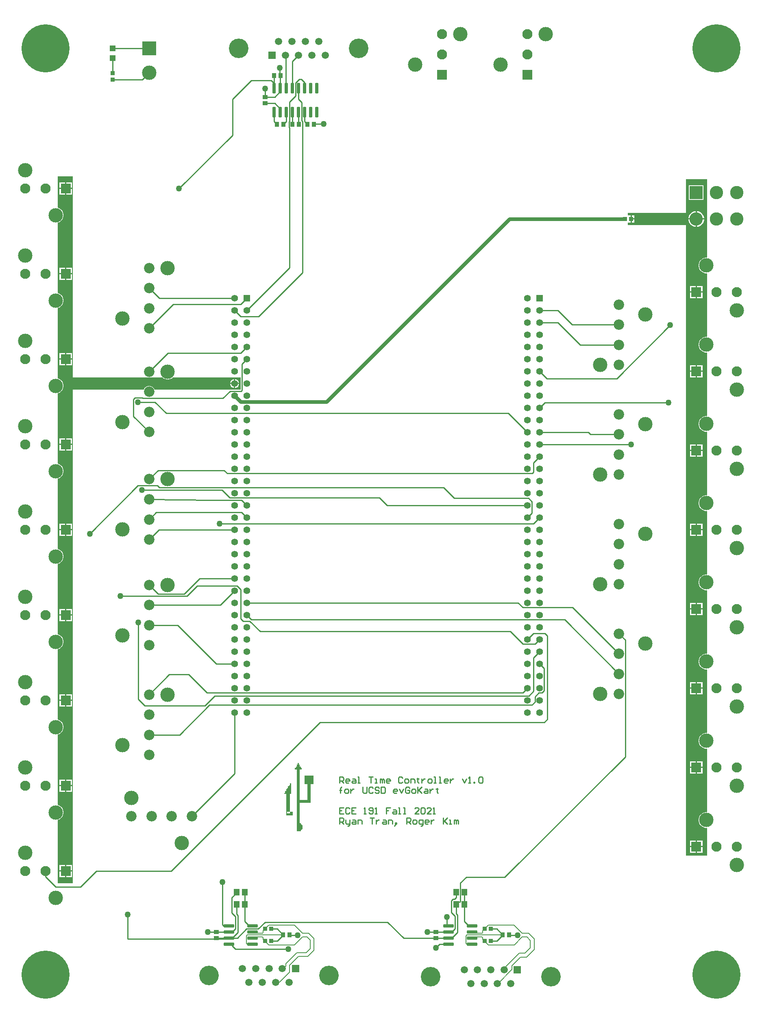
<source format=gtl>
G04*
G04 #@! TF.GenerationSoftware,Altium Limited,Altium Designer,21.8.1 (53)*
G04*
G04 Layer_Physical_Order=1*
G04 Layer_Color=255*
%FSLAX44Y44*%
%MOMM*%
G71*
G04*
G04 #@! TF.SameCoordinates,803AB11E-904C-4F7A-9A81-77FAE9A3CB3A*
G04*
G04*
G04 #@! TF.FilePolarity,Positive*
G04*
G01*
G75*
%ADD12C,0.2540*%
%ADD14C,0.1270*%
G04:AMPARAMS|DCode=15|XSize=2.159mm|YSize=0.6858mm|CornerRadius=0.0857mm|HoleSize=0mm|Usage=FLASHONLY|Rotation=0.000|XOffset=0mm|YOffset=0mm|HoleType=Round|Shape=RoundedRectangle|*
%AMROUNDEDRECTD15*
21,1,2.1590,0.5143,0,0,0.0*
21,1,1.9876,0.6858,0,0,0.0*
1,1,0.1715,0.9938,-0.2572*
1,1,0.1715,-0.9938,-0.2572*
1,1,0.1715,-0.9938,0.2572*
1,1,0.1715,0.9938,0.2572*
%
%ADD15ROUNDEDRECTD15*%
%ADD16R,1.2000X1.2000*%
%ADD17R,0.9500X0.8500*%
%ADD18R,0.8500X0.9500*%
%ADD19R,0.9000X1.0000*%
G04:AMPARAMS|DCode=20|XSize=2.159mm|YSize=0.6858mm|CornerRadius=0.0857mm|HoleSize=0mm|Usage=FLASHONLY|Rotation=90.000|XOffset=0mm|YOffset=0mm|HoleType=Round|Shape=RoundedRectangle|*
%AMROUNDEDRECTD20*
21,1,2.1590,0.5143,0,0,90.0*
21,1,1.9876,0.6858,0,0,90.0*
1,1,0.1715,0.2572,0.9938*
1,1,0.1715,0.2572,-0.9938*
1,1,0.1715,-0.2572,-0.9938*
1,1,0.1715,-0.2572,0.9938*
%
%ADD20ROUNDEDRECTD20*%
%ADD21R,1.0000X0.9000*%
%ADD22R,1.1500X1.3500*%
%ADD46C,0.7620*%
%ADD47R,2.1000X2.1000*%
%ADD48C,2.1000*%
%ADD49C,3.0000*%
%ADD50C,2.1750*%
%ADD51C,2.7750*%
%ADD52R,2.7750X2.7750*%
%ADD53C,1.5080*%
%ADD54R,1.5080X1.5080*%
%ADD55C,4.0660*%
%ADD56R,3.0000X3.0000*%
%ADD57R,2.1000X2.1000*%
%ADD58C,10.0000*%
%ADD59R,1.3900X1.3900*%
%ADD60C,1.3900*%
%ADD61C,1.2700*%
G36*
X158750Y1346200D02*
X345191D01*
X345628Y1345762D01*
X348293Y1343982D01*
X351254Y1342755D01*
X354397Y1342130D01*
X357602D01*
X360746Y1342755D01*
X363707Y1343982D01*
X366371Y1345762D01*
X366809Y1346200D01*
X507950D01*
Y1320800D01*
X328895D01*
X328817Y1321088D01*
X327218Y1323857D01*
X324957Y1326119D01*
X322188Y1327717D01*
X319099Y1328545D01*
X315901D01*
X312812Y1327717D01*
X310043Y1326119D01*
X307782Y1323857D01*
X306183Y1321088D01*
X306105Y1320800D01*
X158750D01*
Y292100D01*
X127000D01*
Y424086D01*
X127346Y424155D01*
X130307Y425382D01*
X132972Y427162D01*
X135238Y429428D01*
X137018Y432093D01*
X138245Y435054D01*
X138870Y438198D01*
Y441402D01*
X138245Y444546D01*
X137018Y447507D01*
X135238Y450172D01*
X132972Y452438D01*
X130307Y454218D01*
X127346Y455445D01*
X127000Y455514D01*
Y601886D01*
X127346Y601955D01*
X130307Y603182D01*
X132972Y604962D01*
X135238Y607229D01*
X137018Y609893D01*
X138245Y612854D01*
X138870Y615998D01*
Y619202D01*
X138245Y622346D01*
X137018Y625307D01*
X135238Y627971D01*
X132972Y630238D01*
X130307Y632018D01*
X127346Y633245D01*
X127000Y633314D01*
Y779686D01*
X127346Y779755D01*
X130307Y780982D01*
X132972Y782762D01*
X135238Y785029D01*
X137018Y787693D01*
X138245Y790654D01*
X138870Y793798D01*
Y797002D01*
X138245Y800146D01*
X137018Y803107D01*
X135238Y805771D01*
X132972Y808038D01*
X130307Y809818D01*
X127346Y811045D01*
X127000Y811114D01*
Y957486D01*
X127346Y957555D01*
X130307Y958782D01*
X132972Y960562D01*
X135238Y962829D01*
X137018Y965493D01*
X138245Y968454D01*
X138870Y971598D01*
Y974802D01*
X138245Y977946D01*
X137018Y980907D01*
X135238Y983571D01*
X132972Y985838D01*
X130307Y987618D01*
X127346Y988845D01*
X127000Y988914D01*
Y1135286D01*
X127346Y1135355D01*
X130307Y1136582D01*
X132972Y1138362D01*
X135238Y1140629D01*
X137018Y1143293D01*
X138245Y1146254D01*
X138870Y1149398D01*
Y1152602D01*
X138245Y1155746D01*
X137018Y1158707D01*
X135238Y1161372D01*
X132972Y1163638D01*
X130307Y1165418D01*
X127346Y1166645D01*
X127000Y1166714D01*
Y1313086D01*
X127346Y1313155D01*
X130307Y1314382D01*
X132972Y1316162D01*
X135238Y1318428D01*
X137018Y1321093D01*
X138245Y1324054D01*
X138870Y1327198D01*
Y1330402D01*
X138245Y1333546D01*
X137018Y1336507D01*
X135238Y1339171D01*
X132972Y1341438D01*
X130307Y1343218D01*
X127346Y1344445D01*
X127000Y1344514D01*
Y1490886D01*
X127346Y1490955D01*
X130307Y1492182D01*
X132972Y1493962D01*
X135238Y1496228D01*
X137018Y1498893D01*
X138245Y1501854D01*
X138870Y1504998D01*
Y1508202D01*
X138245Y1511346D01*
X137018Y1514307D01*
X135238Y1516971D01*
X132972Y1519238D01*
X130307Y1521018D01*
X127346Y1522245D01*
X127000Y1522314D01*
Y1668686D01*
X127346Y1668755D01*
X130307Y1669982D01*
X132972Y1671762D01*
X135238Y1674028D01*
X137018Y1676693D01*
X138245Y1679654D01*
X138870Y1682798D01*
Y1686002D01*
X138245Y1689146D01*
X137018Y1692107D01*
X135238Y1694772D01*
X132972Y1697038D01*
X130307Y1698818D01*
X127346Y1700045D01*
X127000Y1700114D01*
Y1765300D01*
X158750D01*
Y1346200D01*
D02*
G37*
G36*
X612648Y498348D02*
Y496316D01*
Y494284D01*
Y492252D01*
Y490220D01*
Y488188D01*
Y486156D01*
Y484124D01*
Y482092D01*
Y480060D01*
Y478028D01*
X610616D01*
Y441452D01*
X616712D01*
Y439420D01*
Y437388D01*
Y435356D01*
Y433324D01*
X602488D01*
Y435356D01*
Y437388D01*
Y439420D01*
Y441452D01*
Y443484D01*
Y445516D01*
Y447548D01*
Y449580D01*
Y451612D01*
Y453644D01*
Y455676D01*
Y457708D01*
Y459740D01*
Y461772D01*
Y463804D01*
Y465836D01*
Y467868D01*
Y469900D01*
Y471932D01*
Y473964D01*
Y475996D01*
Y478028D01*
X598424D01*
Y480060D01*
X600456D01*
Y482092D01*
Y484124D01*
X602488D01*
Y486156D01*
Y488188D01*
X604520D01*
Y490220D01*
X606552D01*
Y492252D01*
Y494284D01*
X608584D01*
Y496316D01*
X610616D01*
Y498348D01*
Y500380D01*
X612648D01*
Y498348D01*
D02*
G37*
G36*
X628904Y541020D02*
Y538988D01*
X630936D01*
Y536956D01*
Y534924D01*
X632968D01*
Y532892D01*
X635000D01*
Y530860D01*
Y528828D01*
X630936D01*
Y526796D01*
Y524764D01*
Y522732D01*
Y520700D01*
Y518668D01*
Y516636D01*
Y514604D01*
Y512572D01*
Y510540D01*
Y508508D01*
Y506476D01*
Y504444D01*
Y502412D01*
Y500380D01*
Y498348D01*
Y496316D01*
Y494284D01*
Y492252D01*
Y490220D01*
Y488188D01*
Y486156D01*
Y484124D01*
Y482092D01*
Y480060D01*
Y478028D01*
Y475996D01*
Y473964D01*
Y471932D01*
Y469900D01*
Y467868D01*
Y465836D01*
X647192D01*
Y467868D01*
Y469900D01*
Y471932D01*
Y473964D01*
Y475996D01*
Y478028D01*
Y480060D01*
Y482092D01*
Y484124D01*
Y486156D01*
Y488188D01*
Y490220D01*
Y492252D01*
Y494284D01*
Y496316D01*
Y498348D01*
X641096D01*
Y500380D01*
Y502412D01*
Y504444D01*
Y506476D01*
Y508508D01*
Y510540D01*
Y512572D01*
Y514604D01*
Y516636D01*
X659384D01*
Y514604D01*
Y512572D01*
Y510540D01*
Y508508D01*
Y506476D01*
Y504444D01*
Y502412D01*
Y500380D01*
Y498348D01*
X653288D01*
Y496316D01*
Y494284D01*
Y492252D01*
Y490220D01*
Y488188D01*
Y486156D01*
Y484124D01*
Y482092D01*
Y480060D01*
Y478028D01*
Y475996D01*
Y473964D01*
Y471932D01*
Y469900D01*
Y467868D01*
Y465836D01*
Y463804D01*
Y461772D01*
Y459740D01*
X630936D01*
Y457708D01*
Y455676D01*
Y453644D01*
Y451612D01*
Y449580D01*
Y447548D01*
Y445516D01*
Y443484D01*
Y441452D01*
Y439420D01*
Y437388D01*
Y435356D01*
Y433324D01*
Y431292D01*
Y429260D01*
Y427228D01*
Y425196D01*
Y423164D01*
Y421132D01*
Y419100D01*
Y417068D01*
X632968D01*
Y415036D01*
X635000D01*
Y413004D01*
X637032D01*
Y410972D01*
Y408940D01*
Y406908D01*
Y404876D01*
X635000D01*
Y402844D01*
X632968D01*
Y400812D01*
X624840D01*
Y402844D01*
Y404876D01*
Y406908D01*
Y408940D01*
Y410972D01*
Y413004D01*
Y415036D01*
Y417068D01*
Y419100D01*
Y421132D01*
Y423164D01*
Y425196D01*
Y427228D01*
Y429260D01*
Y431292D01*
Y433324D01*
Y435356D01*
Y437388D01*
Y439420D01*
Y441452D01*
Y443484D01*
Y445516D01*
Y447548D01*
Y449580D01*
Y451612D01*
Y453644D01*
Y455676D01*
Y457708D01*
Y459740D01*
Y461772D01*
Y463804D01*
Y465836D01*
Y467868D01*
Y469900D01*
Y471932D01*
Y473964D01*
Y475996D01*
Y478028D01*
Y480060D01*
Y482092D01*
Y484124D01*
Y486156D01*
Y488188D01*
Y490220D01*
Y492252D01*
Y494284D01*
Y496316D01*
Y498348D01*
Y500380D01*
Y502412D01*
Y504444D01*
Y506476D01*
Y508508D01*
Y510540D01*
Y512572D01*
Y514604D01*
Y516636D01*
Y518668D01*
Y520700D01*
Y522732D01*
Y524764D01*
Y528828D01*
X620776D01*
Y530860D01*
Y532892D01*
X622808D01*
Y534924D01*
X624840D01*
Y536956D01*
Y538988D01*
X626872D01*
Y541020D01*
Y543052D01*
X628904D01*
Y541020D01*
D02*
G37*
G36*
X1479550Y1596055D02*
X1479202Y1595770D01*
X1475997D01*
X1472854Y1595145D01*
X1469893Y1593918D01*
X1467228Y1592138D01*
X1464962Y1589872D01*
X1463181Y1587207D01*
X1461955Y1584246D01*
X1461330Y1581102D01*
Y1577898D01*
X1461955Y1574754D01*
X1463181Y1571793D01*
X1464962Y1569129D01*
X1467228Y1566862D01*
X1469893Y1565082D01*
X1472854Y1563855D01*
X1475997Y1563230D01*
X1479202D01*
X1479550Y1562945D01*
Y1430955D01*
X1479202Y1430670D01*
X1475997D01*
X1472854Y1430045D01*
X1469893Y1428818D01*
X1467228Y1427038D01*
X1464962Y1424772D01*
X1463181Y1422107D01*
X1461955Y1419146D01*
X1461330Y1416003D01*
Y1412798D01*
X1461955Y1409654D01*
X1463181Y1406693D01*
X1464962Y1404028D01*
X1467228Y1401762D01*
X1469893Y1399982D01*
X1472854Y1398755D01*
X1475997Y1398130D01*
X1479202D01*
X1479550Y1397845D01*
Y1265855D01*
X1479202Y1265570D01*
X1475997D01*
X1472854Y1264945D01*
X1469893Y1263718D01*
X1467228Y1261938D01*
X1464962Y1259671D01*
X1463181Y1257007D01*
X1461955Y1254046D01*
X1461330Y1250902D01*
Y1247698D01*
X1461955Y1244554D01*
X1463181Y1241593D01*
X1464962Y1238929D01*
X1467228Y1236662D01*
X1469893Y1234882D01*
X1472854Y1233655D01*
X1475997Y1233030D01*
X1479202D01*
X1479550Y1232745D01*
Y1100755D01*
X1479202Y1100470D01*
X1475997D01*
X1472854Y1099845D01*
X1469893Y1098618D01*
X1467228Y1096838D01*
X1464962Y1094572D01*
X1463181Y1091907D01*
X1461955Y1088946D01*
X1461330Y1085803D01*
Y1082598D01*
X1461955Y1079454D01*
X1463181Y1076493D01*
X1464962Y1073829D01*
X1467228Y1071562D01*
X1469893Y1069782D01*
X1472854Y1068555D01*
X1475997Y1067930D01*
X1479202D01*
X1479550Y1067645D01*
Y935655D01*
X1479202Y935370D01*
X1475997D01*
X1472854Y934745D01*
X1469893Y933518D01*
X1467228Y931738D01*
X1464962Y929472D01*
X1463181Y926807D01*
X1461955Y923846D01*
X1461330Y920703D01*
Y917498D01*
X1461955Y914354D01*
X1463181Y911393D01*
X1464962Y908728D01*
X1467228Y906462D01*
X1469893Y904682D01*
X1472854Y903455D01*
X1475997Y902830D01*
X1479202D01*
X1479550Y902545D01*
Y770555D01*
X1479202Y770270D01*
X1475997D01*
X1472854Y769645D01*
X1469893Y768418D01*
X1467228Y766638D01*
X1464962Y764371D01*
X1463181Y761707D01*
X1461955Y758746D01*
X1461330Y755602D01*
Y752398D01*
X1461955Y749254D01*
X1463181Y746293D01*
X1464962Y743628D01*
X1467228Y741362D01*
X1469893Y739582D01*
X1472854Y738355D01*
X1475997Y737730D01*
X1479202D01*
X1479550Y737445D01*
Y605455D01*
X1479202Y605170D01*
X1475997D01*
X1472854Y604545D01*
X1469893Y603318D01*
X1467228Y601538D01*
X1464962Y599272D01*
X1463181Y596607D01*
X1461955Y593646D01*
X1461330Y590503D01*
Y587298D01*
X1461955Y584154D01*
X1463181Y581193D01*
X1464962Y578529D01*
X1467228Y576262D01*
X1469893Y574482D01*
X1472854Y573255D01*
X1475997Y572630D01*
X1479202D01*
X1479550Y572345D01*
Y440355D01*
X1479202Y440070D01*
X1475997D01*
X1472854Y439445D01*
X1469893Y438218D01*
X1467228Y436438D01*
X1464962Y434171D01*
X1463181Y431507D01*
X1461955Y428546D01*
X1461330Y425402D01*
Y422198D01*
X1461955Y419054D01*
X1463181Y416093D01*
X1464962Y413428D01*
X1467228Y411162D01*
X1469893Y409382D01*
X1472854Y408155D01*
X1475997Y407530D01*
X1479202D01*
X1479550Y407245D01*
Y349250D01*
X1435100D01*
Y1663700D01*
X1314450D01*
Y1669110D01*
X1319830D01*
Y1676400D01*
Y1683690D01*
X1314450D01*
Y1689100D01*
X1435100D01*
Y1758950D01*
X1479550D01*
Y1596055D01*
D02*
G37*
%LPC*%
G36*
X156640Y1752940D02*
X144870D01*
Y1741170D01*
X156640D01*
Y1752940D01*
D02*
G37*
G36*
X142330D02*
X130560D01*
Y1741170D01*
X142330D01*
Y1752940D01*
D02*
G37*
G36*
X156640Y1738630D02*
X144870D01*
Y1726860D01*
X156640D01*
Y1738630D01*
D02*
G37*
G36*
X142330D02*
X130560D01*
Y1726860D01*
X142330D01*
Y1738630D01*
D02*
G37*
G36*
X156640Y1575140D02*
X144870D01*
Y1563370D01*
X156640D01*
Y1575140D01*
D02*
G37*
G36*
X142330D02*
X130560D01*
Y1563370D01*
X142330D01*
Y1575140D01*
D02*
G37*
G36*
X156640Y1560830D02*
X144870D01*
Y1549060D01*
X156640D01*
Y1560830D01*
D02*
G37*
G36*
X142330D02*
X130560D01*
Y1549060D01*
X142330D01*
Y1560830D01*
D02*
G37*
G36*
X156640Y1397340D02*
X144870D01*
Y1385570D01*
X156640D01*
Y1397340D01*
D02*
G37*
G36*
X142330D02*
X130560D01*
Y1385570D01*
X142330D01*
Y1397340D01*
D02*
G37*
G36*
X156640Y1383030D02*
X144870D01*
Y1371260D01*
X156640D01*
Y1383030D01*
D02*
G37*
G36*
X142330D02*
X130560D01*
Y1371260D01*
X142330D01*
Y1383030D01*
D02*
G37*
G36*
X496570Y1342984D02*
Y1334770D01*
X504785D01*
X504143Y1337163D01*
X502894Y1339327D01*
X501127Y1341094D01*
X498963Y1342343D01*
X496570Y1342984D01*
D02*
G37*
G36*
X494030D02*
X491637Y1342343D01*
X489473Y1341094D01*
X487706Y1339327D01*
X486457Y1337163D01*
X485816Y1334770D01*
X494030D01*
Y1342984D01*
D02*
G37*
G36*
X504785Y1332230D02*
X496570D01*
Y1324016D01*
X498963Y1324657D01*
X501127Y1325906D01*
X502894Y1327673D01*
X504143Y1329837D01*
X504785Y1332230D01*
D02*
G37*
G36*
X494030D02*
X485816D01*
X486457Y1329837D01*
X487706Y1327673D01*
X489473Y1325906D01*
X491637Y1324657D01*
X494030Y1324016D01*
Y1332230D01*
D02*
G37*
G36*
X156640Y1219540D02*
X144870D01*
Y1207770D01*
X156640D01*
Y1219540D01*
D02*
G37*
G36*
X142330D02*
X130560D01*
Y1207770D01*
X142330D01*
Y1219540D01*
D02*
G37*
G36*
X156640Y1205230D02*
X144870D01*
Y1193460D01*
X156640D01*
Y1205230D01*
D02*
G37*
G36*
X142330D02*
X130560D01*
Y1193460D01*
X142330D01*
Y1205230D01*
D02*
G37*
G36*
X156640Y1041740D02*
X144870D01*
Y1029970D01*
X156640D01*
Y1041740D01*
D02*
G37*
G36*
X142330D02*
X130560D01*
Y1029970D01*
X142330D01*
Y1041740D01*
D02*
G37*
G36*
X156640Y1027430D02*
X144870D01*
Y1015660D01*
X156640D01*
Y1027430D01*
D02*
G37*
G36*
X142330D02*
X130560D01*
Y1015660D01*
X142330D01*
Y1027430D01*
D02*
G37*
G36*
X156640Y863940D02*
X144870D01*
Y852170D01*
X156640D01*
Y863940D01*
D02*
G37*
G36*
X142330D02*
X130560D01*
Y852170D01*
X142330D01*
Y863940D01*
D02*
G37*
G36*
X156640Y849630D02*
X144870D01*
Y837860D01*
X156640D01*
Y849630D01*
D02*
G37*
G36*
X142330D02*
X130560D01*
Y837860D01*
X142330D01*
Y849630D01*
D02*
G37*
G36*
X156640Y686140D02*
X144870D01*
Y674370D01*
X156640D01*
Y686140D01*
D02*
G37*
G36*
X142330D02*
X130560D01*
Y674370D01*
X142330D01*
Y686140D01*
D02*
G37*
G36*
X156640Y671830D02*
X144870D01*
Y660060D01*
X156640D01*
Y671830D01*
D02*
G37*
G36*
X142330D02*
X130560D01*
Y660060D01*
X142330D01*
Y671830D01*
D02*
G37*
G36*
X156640Y508340D02*
X144870D01*
Y496570D01*
X156640D01*
Y508340D01*
D02*
G37*
G36*
X142330D02*
X130560D01*
Y496570D01*
X142330D01*
Y508340D01*
D02*
G37*
G36*
X156640Y494030D02*
X144870D01*
Y482260D01*
X156640D01*
Y494030D01*
D02*
G37*
G36*
X142330D02*
X130560D01*
Y482260D01*
X142330D01*
Y494030D01*
D02*
G37*
G36*
X156640Y330540D02*
X144870D01*
Y318770D01*
X156640D01*
Y330540D01*
D02*
G37*
G36*
X142330D02*
X130560D01*
Y318770D01*
X142330D01*
Y330540D01*
D02*
G37*
G36*
X156640Y316230D02*
X144870D01*
Y304460D01*
X156640D01*
Y316230D01*
D02*
G37*
G36*
X142330D02*
X130560D01*
Y304460D01*
X142330D01*
Y316230D01*
D02*
G37*
G36*
X610616Y441452D02*
X604520D01*
Y437388D01*
X610616D01*
Y441452D01*
D02*
G37*
G36*
X1471745Y1746545D02*
X1441455D01*
Y1716255D01*
X1471745D01*
Y1746545D01*
D02*
G37*
G36*
X1458217Y1692815D02*
X1457870D01*
Y1677670D01*
X1473015D01*
Y1678017D01*
X1472384Y1681188D01*
X1471147Y1684175D01*
X1469350Y1686864D01*
X1467064Y1689150D01*
X1464375Y1690947D01*
X1461388Y1692184D01*
X1458217Y1692815D01*
D02*
G37*
G36*
X1327890Y1683690D02*
X1322370D01*
Y1677670D01*
X1327890D01*
Y1683690D01*
D02*
G37*
G36*
X1455330Y1692815D02*
X1454983D01*
X1451812Y1692184D01*
X1448825Y1690947D01*
X1446136Y1689150D01*
X1443850Y1686864D01*
X1442053Y1684175D01*
X1440816Y1681188D01*
X1440185Y1678017D01*
Y1677670D01*
X1455330D01*
Y1692815D01*
D02*
G37*
G36*
X1327890Y1675130D02*
X1322370D01*
Y1669110D01*
X1327890D01*
Y1675130D01*
D02*
G37*
G36*
X1473015D02*
X1457870D01*
Y1659985D01*
X1458217D01*
X1461388Y1660616D01*
X1464375Y1661853D01*
X1467064Y1663650D01*
X1469350Y1665936D01*
X1471147Y1668625D01*
X1472384Y1671612D01*
X1473015Y1674783D01*
Y1675130D01*
D02*
G37*
G36*
X1455330D02*
X1440185D01*
Y1674783D01*
X1440816Y1671612D01*
X1442053Y1668625D01*
X1443850Y1665936D01*
X1446136Y1663650D01*
X1448825Y1661853D01*
X1451812Y1660616D01*
X1454983Y1659985D01*
X1455330D01*
Y1675130D01*
D02*
G37*
G36*
X1469640Y1537040D02*
X1457870D01*
Y1525270D01*
X1469640D01*
Y1537040D01*
D02*
G37*
G36*
X1455330D02*
X1443560D01*
Y1525270D01*
X1455330D01*
Y1537040D01*
D02*
G37*
G36*
X1469640Y1522730D02*
X1457870D01*
Y1510960D01*
X1469640D01*
Y1522730D01*
D02*
G37*
G36*
X1455330D02*
X1443560D01*
Y1510960D01*
X1455330D01*
Y1522730D01*
D02*
G37*
G36*
X1469640Y1371940D02*
X1457870D01*
Y1360170D01*
X1469640D01*
Y1371940D01*
D02*
G37*
G36*
X1455330D02*
X1443560D01*
Y1360170D01*
X1455330D01*
Y1371940D01*
D02*
G37*
G36*
X1469640Y1357630D02*
X1457870D01*
Y1345860D01*
X1469640D01*
Y1357630D01*
D02*
G37*
G36*
X1455330D02*
X1443560D01*
Y1345860D01*
X1455330D01*
Y1357630D01*
D02*
G37*
G36*
X1469640Y1206840D02*
X1457870D01*
Y1195070D01*
X1469640D01*
Y1206840D01*
D02*
G37*
G36*
X1455330D02*
X1443560D01*
Y1195070D01*
X1455330D01*
Y1206840D01*
D02*
G37*
G36*
X1456600Y1193800D02*
D01*
D01*
D01*
D02*
G37*
G36*
X1469640Y1192530D02*
X1457870D01*
Y1180760D01*
X1469640D01*
Y1192530D01*
D02*
G37*
G36*
X1455330D02*
X1443560D01*
Y1180760D01*
X1455330D01*
Y1192530D01*
D02*
G37*
G36*
X1469640Y1041740D02*
X1457870D01*
Y1029970D01*
X1469640D01*
Y1041740D01*
D02*
G37*
G36*
X1455330D02*
X1443560D01*
Y1029970D01*
X1455330D01*
Y1041740D01*
D02*
G37*
G36*
X1469640Y1027430D02*
X1457870D01*
Y1015660D01*
X1469640D01*
Y1027430D01*
D02*
G37*
G36*
X1455330D02*
X1443560D01*
Y1015660D01*
X1455330D01*
Y1027430D01*
D02*
G37*
G36*
X1469640Y876640D02*
X1457870D01*
Y864870D01*
X1469640D01*
Y876640D01*
D02*
G37*
G36*
X1455330D02*
X1443560D01*
Y864870D01*
X1455330D01*
Y876640D01*
D02*
G37*
G36*
X1469640Y862330D02*
X1457870D01*
Y850560D01*
X1469640D01*
Y862330D01*
D02*
G37*
G36*
X1455330D02*
X1443560D01*
Y850560D01*
X1455330D01*
Y862330D01*
D02*
G37*
G36*
X1469640Y711540D02*
X1457870D01*
Y699770D01*
X1469640D01*
Y711540D01*
D02*
G37*
G36*
X1455330D02*
X1443560D01*
Y699770D01*
X1455330D01*
Y711540D01*
D02*
G37*
G36*
X1469640Y697230D02*
X1457870D01*
Y685460D01*
X1469640D01*
Y697230D01*
D02*
G37*
G36*
X1455330D02*
X1443560D01*
Y685460D01*
X1455330D01*
Y697230D01*
D02*
G37*
G36*
X1469640Y546440D02*
X1457870D01*
Y534670D01*
X1469640D01*
Y546440D01*
D02*
G37*
G36*
X1455330D02*
X1443560D01*
Y534670D01*
X1455330D01*
Y546440D01*
D02*
G37*
G36*
X1469640Y532130D02*
X1457870D01*
Y520360D01*
X1469640D01*
Y532130D01*
D02*
G37*
G36*
X1455330D02*
X1443560D01*
Y520360D01*
X1455330D01*
Y532130D01*
D02*
G37*
G36*
X1469640Y381340D02*
X1457870D01*
Y369570D01*
X1469640D01*
Y381340D01*
D02*
G37*
G36*
X1455330D02*
X1443560D01*
Y369570D01*
X1455330D01*
Y381340D01*
D02*
G37*
G36*
X1469640Y367030D02*
X1457870D01*
Y355260D01*
X1469640D01*
Y367030D01*
D02*
G37*
G36*
X1455330D02*
X1443560D01*
Y355260D01*
X1455330D01*
Y367030D01*
D02*
G37*
%LPD*%
D12*
X609600Y1574800D02*
Y1866508D01*
X608910Y1867198D02*
Y1879302D01*
X609600Y1879992D01*
X520700Y1485900D02*
X609600Y1574800D01*
Y1879992D02*
Y1920494D01*
X622300Y1933194D01*
X608910Y1867198D02*
X609600Y1866508D01*
X622300Y1933194D02*
Y1960118D01*
X630174Y1967992D01*
X544830Y196850D02*
X558800Y210820D01*
X813816D02*
X847236Y177400D01*
X558800Y210820D02*
X813816D01*
X519938Y196850D02*
X544830D01*
X272632Y175768D02*
X483300D01*
X956450Y228779D02*
Y248256D01*
X577850Y1948800D02*
Y1974450D01*
Y1948800D02*
Y1959102D01*
X439820Y190900D02*
X457200D01*
X272632Y175768D02*
Y226568D01*
X439420Y190500D02*
X483300D01*
X439420D02*
X439820Y190900D01*
X609854Y183896D02*
X626872D01*
X609600Y184150D02*
X609854Y183896D01*
X483300Y165100D02*
X490220D01*
Y162052D02*
Y165100D01*
X497078Y155194D02*
X607060D01*
X490220Y162052D02*
X497078Y155194D01*
X207518Y317500D02*
X363220D01*
X673354Y627634D02*
X1140460D01*
X363220Y317500D02*
X673354Y627634D01*
X241300Y2032340D02*
X316760D01*
X317500Y2031600D01*
X241300Y1980080D02*
Y2011340D01*
X302980Y1967080D02*
X317500Y1981600D01*
X241300Y1967080D02*
X302980D01*
X315700Y2029800D02*
X317500Y2031600D01*
X490728Y1851152D02*
Y1925828D01*
X379476Y1739900D02*
X490728Y1851152D01*
X530352Y1965452D02*
X571500D01*
X490728Y1925828D02*
X530352Y1965452D01*
X571500D02*
X577850Y1959102D01*
X406400Y431800D02*
X495300Y520700D01*
Y647700D01*
X353314Y1271270D02*
X1065530D01*
X1104900Y1231900D01*
X338582Y1116584D02*
X930656D01*
X338500Y1511300D02*
X495300D01*
X367800Y1498600D02*
X508000D01*
X356100Y1397000D02*
X508000D01*
X304038Y1302766D02*
X470916D01*
X335952Y1152652D02*
X473710D01*
X332068Y1064768D02*
X510032D01*
X338000Y1028700D02*
X495300D01*
X422402Y927100D02*
X495300D01*
X317500Y871900D02*
X465500D01*
X457200Y749300D02*
X495300D01*
X454152Y682752D02*
X1108202D01*
X433832Y662432D02*
X454152Y682752D01*
X308102Y662432D02*
X433832D01*
X380828Y601300D02*
X442976Y663448D01*
X438150Y688848D02*
X1095248D01*
X122682Y284480D02*
X174498D01*
X530352Y841248D02*
X1182452D01*
X1130300Y1460500D02*
X1168400D01*
X1130300Y1485900D02*
X1168400D01*
X1057910Y304800D02*
X1308862Y555752D01*
Y798838D01*
X1182452Y841248D02*
X1295400Y728300D01*
X1199052Y866648D02*
X1295400Y770300D01*
Y812300D02*
X1308862Y798838D01*
X1130300Y1231900D02*
X1231900D01*
X1236300Y1227500D01*
X1130300Y1206500D02*
X1320800D01*
X1236300Y1227500D02*
X1295400D01*
X1168400Y1485900D02*
X1198200Y1456100D01*
X1168400Y1460500D02*
X1214800Y1414100D01*
X1145286Y1343914D02*
X1290828D01*
X1198200Y1456100D02*
X1295400D01*
X1214800Y1414100D02*
X1295400D01*
X1141222Y1293622D02*
X1398778D01*
X1290828Y1343914D02*
X1402207Y1455293D01*
X1095502Y866648D02*
X1199052D01*
X977900Y304800D02*
X1057910D01*
X510540Y1374140D02*
X520700Y1384300D01*
X509270Y1317752D02*
X510540Y1319022D01*
Y1374140D01*
X485902Y1317752D02*
X509270D01*
X577450Y1974850D02*
X577850Y1974450D01*
X589280Y1976520D02*
Y1991360D01*
Y1976520D02*
X590950Y1974850D01*
X590550Y1941950D02*
Y1948800D01*
Y1974450D01*
X590950Y1974850D01*
X597300Y1873750D02*
X603250Y1879700D01*
Y1899300D01*
X615950Y1873250D02*
Y1899300D01*
X628650Y1874050D02*
Y1899300D01*
Y1926082D02*
Y1948800D01*
Y1874050D02*
X629450Y1873250D01*
X628650Y1926082D02*
X635000Y1919732D01*
X600950Y2017800D02*
X602100Y2016650D01*
Y1949950D02*
Y2016650D01*
Y1949950D02*
X603250Y1948800D01*
X615950D02*
Y2005100D01*
X628650Y2017800D01*
X630174Y1967992D02*
X634238D01*
X635000Y1880870D02*
Y1919732D01*
Y1880870D02*
X636524Y1879346D01*
X634238Y1967992D02*
X641350Y1960880D01*
Y1879700D02*
Y1899300D01*
Y1948800D02*
Y1960880D01*
Y1879700D02*
X647300Y1873750D01*
Y1873250D02*
Y1873750D01*
X660800Y1873250D02*
X662070Y1874520D01*
X680720D01*
X558800Y1930800D02*
Y1948180D01*
Y1917300D02*
X579400D01*
X558800Y1930800D02*
X579400D01*
X577850Y1879700D02*
Y1899300D01*
Y1879700D02*
X583800Y1873750D01*
Y1873250D02*
Y1873750D01*
X579400Y1917300D02*
X590550Y1906150D01*
X579400Y1930800D02*
X590550Y1941950D01*
Y1899300D02*
Y1906150D01*
X597300Y1873250D02*
Y1873750D01*
X1108202Y682752D02*
X1117600Y692150D01*
X1095248Y688848D02*
X1104900Y698500D01*
X399796Y727202D02*
X438150Y688848D01*
X174498Y284480D02*
X207518Y317500D01*
X469900Y205740D02*
X472440Y203200D01*
X469900Y205740D02*
Y294640D01*
X472440Y203200D02*
X483300D01*
X457200Y177400D02*
X457600Y177800D01*
X483300D01*
X490150D01*
X500888D01*
X571650Y171450D02*
X583900D01*
X596100Y183650D01*
X483300Y190500D02*
X490150D01*
X489690Y230279D02*
Y262490D01*
Y230279D02*
X496960Y223009D01*
X490150Y190500D02*
X496960Y197310D01*
X489690Y262490D02*
X499250Y272050D01*
X490150Y177800D02*
X502040Y189690D01*
X496960Y197310D02*
Y223009D01*
X502040Y189690D02*
Y225113D01*
X500888Y177800D02*
X519938Y196850D01*
X516750Y212300D02*
X525850Y203200D01*
X532700D01*
X533385Y202515D01*
X535800Y204930D01*
X571650Y196850D02*
X583900D01*
X596100Y184650D01*
X499250Y227903D02*
Y247650D01*
Y272050D02*
Y273050D01*
Y227903D02*
X502040Y225113D01*
X516750Y212300D02*
Y247650D01*
Y273050D01*
X914400Y157480D02*
X922020Y165100D01*
X940500D01*
X596100Y183650D02*
Y184150D01*
Y184650D01*
X847236Y177400D02*
X914400D01*
X896620Y190500D02*
X897020Y190900D01*
X914400D01*
Y177400D02*
X914800Y177800D01*
X896620Y190500D02*
X940500D01*
X914800Y177800D02*
X940500D01*
X947350D01*
X940500Y190500D02*
X947350D01*
X954160Y197310D01*
X947350Y177800D02*
X959240Y189690D01*
X1028850Y171450D02*
X1041500D01*
X1053700Y183650D01*
X1041500Y196850D02*
X1053700Y184650D01*
Y184150D02*
Y184650D01*
Y183650D02*
Y184150D01*
X1067200D02*
X1067454Y183896D01*
X1084580D01*
X937060Y204930D02*
Y221469D01*
Y204930D02*
X938791Y203200D01*
X940500D01*
X946890Y231155D02*
Y255978D01*
X950146Y259234D01*
X946890Y231155D02*
X954160Y223885D01*
X950146Y259234D02*
X953194D01*
X954160Y197310D02*
Y223885D01*
X956450Y228779D02*
X959240Y225989D01*
X956450Y248256D02*
X960930Y252736D01*
X959240Y189690D02*
Y225989D01*
X960930Y252736D02*
X964172D01*
X965660Y254224D01*
X973950Y212300D02*
Y247650D01*
Y212300D02*
X983050Y203200D01*
X989900D01*
X994862D01*
X996592Y204930D01*
X1028850Y196850D02*
X1041500D01*
X953194Y259234D02*
X956450Y262490D01*
Y273050D01*
X965660Y254224D02*
Y292560D01*
X977900Y304800D01*
X973950Y247650D02*
Y273050D01*
X1117600Y762000D02*
X1130300Y774700D01*
X1117600Y692150D02*
Y762000D01*
X294640Y675894D02*
X308102Y662432D01*
X294640Y675894D02*
Y835660D01*
X1117600Y1041400D02*
X1130300Y1054100D01*
X463804Y1041400D02*
X1117600D01*
X302514Y1111504D02*
X469138D01*
X485394Y1095248D01*
X797052D01*
X812800Y1079500D01*
X1104900D01*
X193548Y1020572D02*
X293624Y1120648D01*
X334518D01*
X338582Y1116584D01*
X930656D02*
X952754Y1094486D01*
X1107186D01*
X1114552Y1087120D01*
Y1063752D02*
Y1087120D01*
X1104900Y1054100D02*
X1114552Y1063752D01*
X101600Y305562D02*
Y317500D01*
Y305562D02*
X122682Y284480D01*
X1140460Y627634D02*
X1146556Y633730D01*
Y807720D01*
X1141476Y812800D02*
X1146556Y807720D01*
X1117600Y812800D02*
X1141476D01*
X1104900Y800100D02*
X1117600Y812800D01*
X1130300Y1358900D02*
X1145286Y1343914D01*
X510032Y1090168D02*
X520700Y1079500D01*
X447040Y1090168D02*
X510032D01*
X317500Y1092200D02*
X447040Y1090168D01*
X510032Y1064768D02*
X520700Y1054100D01*
X317500Y1050200D02*
X332068Y1064768D01*
X317500Y1008200D02*
X338000Y1028700D01*
X317500Y1532300D02*
X338500Y1511300D01*
X390398Y895096D02*
X422402Y927100D01*
X336304Y895096D02*
X390398D01*
X317500Y913900D02*
X336304Y895096D01*
X465500Y871900D02*
X495300Y901700D01*
X1130300Y749300D02*
X1139952Y739648D01*
Y693420D02*
Y739648D01*
X1135380Y688848D02*
X1139952Y693420D01*
X1128776Y688848D02*
X1135380D01*
X1120648Y680720D02*
X1128776Y688848D01*
X1120648Y669798D02*
Y680720D01*
X1114298Y663448D02*
X1120648Y669798D01*
X442976Y663448D02*
X1114298D01*
X317500Y601300D02*
X380828D01*
X495300Y1485900D02*
X508000Y1473200D01*
X545084D01*
X636524Y1564640D01*
Y1879346D01*
X284734Y1265166D02*
X317500Y1232400D01*
X284734Y1265166D02*
Y1300480D01*
X288290Y1304036D01*
X302768D01*
X304038Y1302766D01*
X470916D02*
X485902Y1317752D01*
X1130300Y1282700D02*
X1141222Y1293622D01*
X293624Y1294892D02*
X329692D01*
X353314Y1271270D01*
X1120648Y790448D02*
X1130300Y800100D01*
X1095502Y790448D02*
X1120648D01*
X1069340Y816610D02*
X1095502Y790448D01*
X548640Y816610D02*
X1069340D01*
X527050Y838200D02*
X548640Y816610D01*
X513080Y838200D02*
X527050D01*
X508000Y843280D02*
X513080Y838200D01*
X508000Y843280D02*
Y904494D01*
X500380Y912114D02*
X508000Y904494D01*
X417576Y912114D02*
X500380D01*
X396494Y891032D02*
X417576Y912114D01*
X257556Y891032D02*
X396494D01*
X376600Y829900D02*
X457200Y749300D01*
X317500Y829900D02*
X376600D01*
X508000Y1498600D02*
X520700Y1511300D01*
X317500Y1448300D02*
X367800Y1498600D01*
X317500Y1358400D02*
X356100Y1397000D01*
X508000D02*
X520700Y1409700D01*
Y850900D02*
X530352Y841248D01*
X1085850Y876300D02*
X1095502Y866648D01*
X520700Y876300D02*
X1085850D01*
X1117600Y1168400D02*
X1130300Y1181100D01*
X1117600Y1148588D02*
Y1168400D01*
X1115060Y1146048D02*
X1117600Y1148588D01*
X480314Y1146048D02*
X1115060D01*
X473710Y1152652D02*
X480314Y1146048D01*
X317500Y1134200D02*
X335952Y1152652D01*
X317500Y685300D02*
X359402Y727202D01*
X399796D01*
X713740Y501036D02*
Y513732D01*
X720088D01*
X722204Y511616D01*
Y507384D01*
X720088Y505268D01*
X713740D01*
X717972D02*
X722204Y501036D01*
X732784D02*
X728552D01*
X726436Y503152D01*
Y507384D01*
X728552Y509500D01*
X732784D01*
X734900Y507384D01*
Y505268D01*
X726436D01*
X741248Y509500D02*
X745480D01*
X747596Y507384D01*
Y501036D01*
X741248D01*
X739132Y503152D01*
X741248Y505268D01*
X747596D01*
X751828Y501036D02*
X756060D01*
X753944D01*
Y513732D01*
X751828D01*
X775104D02*
X783567D01*
X779335D01*
Y501036D01*
X787799D02*
X792031D01*
X789915D01*
Y509500D01*
X787799D01*
X798379Y501036D02*
Y509500D01*
X800495D01*
X802611Y507384D01*
Y501036D01*
Y507384D01*
X804727Y509500D01*
X806843Y507384D01*
Y501036D01*
X817423D02*
X813191D01*
X811075Y503152D01*
Y507384D01*
X813191Y509500D01*
X817423D01*
X819539Y507384D01*
Y505268D01*
X811075D01*
X844931Y511616D02*
X842815Y513732D01*
X838583D01*
X836467Y511616D01*
Y503152D01*
X838583Y501036D01*
X842815D01*
X844931Y503152D01*
X851279Y501036D02*
X855511D01*
X857627Y503152D01*
Y507384D01*
X855511Y509500D01*
X851279D01*
X849163Y507384D01*
Y503152D01*
X851279Y501036D01*
X861859D02*
Y509500D01*
X868207D01*
X870323Y507384D01*
Y501036D01*
X876671Y511616D02*
Y509500D01*
X874555D01*
X878786D01*
X876671D01*
Y503152D01*
X878786Y501036D01*
X885135Y509500D02*
Y501036D01*
Y505268D01*
X887250Y507384D01*
X889366Y509500D01*
X891482D01*
X899946Y501036D02*
X904178D01*
X906294Y503152D01*
Y507384D01*
X904178Y509500D01*
X899946D01*
X897830Y507384D01*
Y503152D01*
X899946Y501036D01*
X910526D02*
X914758D01*
X912642D01*
Y513732D01*
X910526D01*
X921106Y501036D02*
X925338D01*
X923222D01*
Y513732D01*
X921106D01*
X938034Y501036D02*
X933802D01*
X931686Y503152D01*
Y507384D01*
X933802Y509500D01*
X938034D01*
X940150Y507384D01*
Y505268D01*
X931686D01*
X944382Y509500D02*
Y501036D01*
Y505268D01*
X946498Y507384D01*
X948614Y509500D01*
X950730D01*
X969774D02*
X974006Y501036D01*
X978238Y509500D01*
X982470Y501036D02*
X986702D01*
X984586D01*
Y513732D01*
X982470Y511616D01*
X993049Y501036D02*
Y503152D01*
X995165D01*
Y501036D01*
X993049D01*
X1003629Y511616D02*
X1005745Y513732D01*
X1009977D01*
X1012093Y511616D01*
Y503152D01*
X1009977Y501036D01*
X1005745D01*
X1003629Y503152D01*
Y511616D01*
X715856Y479705D02*
Y490285D01*
Y486053D01*
X713740D01*
X717972D01*
X715856D01*
Y490285D01*
X717972Y492401D01*
X726436Y479705D02*
X730668D01*
X732784Y481821D01*
Y486053D01*
X730668Y488169D01*
X726436D01*
X724320Y486053D01*
Y481821D01*
X726436Y479705D01*
X737016Y488169D02*
Y479705D01*
Y483937D01*
X739132Y486053D01*
X741248Y488169D01*
X743364D01*
X762408Y492401D02*
Y481821D01*
X764523Y479705D01*
X768755D01*
X770872Y481821D01*
Y492401D01*
X783567Y490285D02*
X781451Y492401D01*
X777219D01*
X775104Y490285D01*
Y481821D01*
X777219Y479705D01*
X781451D01*
X783567Y481821D01*
X796263Y490285D02*
X794147Y492401D01*
X789915D01*
X787799Y490285D01*
Y488169D01*
X789915Y486053D01*
X794147D01*
X796263Y483937D01*
Y481821D01*
X794147Y479705D01*
X789915D01*
X787799Y481821D01*
X800495Y492401D02*
Y479705D01*
X806843D01*
X808959Y481821D01*
Y490285D01*
X806843Y492401D01*
X800495D01*
X832235Y479705D02*
X828003D01*
X825887Y481821D01*
Y486053D01*
X828003Y488169D01*
X832235D01*
X834351Y486053D01*
Y483937D01*
X825887D01*
X838583Y488169D02*
X842815Y479705D01*
X847047Y488169D01*
X859743Y490285D02*
X857627Y492401D01*
X853395D01*
X851279Y490285D01*
Y481821D01*
X853395Y479705D01*
X857627D01*
X859743Y481821D01*
Y486053D01*
X855511D01*
X866091Y479705D02*
X870323D01*
X872439Y481821D01*
Y486053D01*
X870323Y488169D01*
X866091D01*
X863975Y486053D01*
Y481821D01*
X866091Y479705D01*
X876671Y492401D02*
Y479705D01*
Y483937D01*
X885135Y492401D01*
X878786Y486053D01*
X885135Y479705D01*
X891482Y488169D02*
X895714D01*
X897830Y486053D01*
Y479705D01*
X891482D01*
X889366Y481821D01*
X891482Y483937D01*
X897830D01*
X902062Y488169D02*
Y479705D01*
Y483937D01*
X904178Y486053D01*
X906294Y488169D01*
X908410D01*
X916874Y490285D02*
Y488169D01*
X914758D01*
X918990D01*
X916874D01*
Y481821D01*
X918990Y479705D01*
X722204Y449739D02*
X713740D01*
Y437043D01*
X722204D01*
X713740Y443391D02*
X717972D01*
X734900Y447623D02*
X732784Y449739D01*
X728552D01*
X726436Y447623D01*
Y439159D01*
X728552Y437043D01*
X732784D01*
X734900Y439159D01*
X747596Y449739D02*
X739132D01*
Y437043D01*
X747596D01*
X739132Y443391D02*
X743364D01*
X764523Y437043D02*
X768755D01*
X766639D01*
Y449739D01*
X764523Y447623D01*
X775104Y439159D02*
X777219Y437043D01*
X781451D01*
X783567Y439159D01*
Y447623D01*
X781451Y449739D01*
X777219D01*
X775104Y447623D01*
Y445507D01*
X777219Y443391D01*
X783567D01*
X787799Y437043D02*
X792031D01*
X789915D01*
Y449739D01*
X787799Y447623D01*
X819539Y449739D02*
X811075D01*
Y443391D01*
X815307D01*
X811075D01*
Y437043D01*
X825887Y445507D02*
X830119D01*
X832235Y443391D01*
Y437043D01*
X825887D01*
X823771Y439159D01*
X825887Y441275D01*
X832235D01*
X836467Y437043D02*
X840699D01*
X838583D01*
Y449739D01*
X836467D01*
X847047Y437043D02*
X851279D01*
X849163D01*
Y449739D01*
X847047D01*
X878787Y437043D02*
X870323D01*
X878787Y445507D01*
Y447623D01*
X876671Y449739D01*
X872439D01*
X870323Y447623D01*
X883018D02*
X885135Y449739D01*
X889366D01*
X891482Y447623D01*
Y439159D01*
X889366Y437043D01*
X885135D01*
X883018Y439159D01*
Y447623D01*
X904178Y437043D02*
X895714D01*
X904178Y445507D01*
Y447623D01*
X902062Y449739D01*
X897830D01*
X895714Y447623D01*
X908410Y437043D02*
X912642D01*
X910526D01*
Y449739D01*
X908410Y447623D01*
X713740Y415712D02*
Y428408D01*
X720088D01*
X722204Y426292D01*
Y422060D01*
X720088Y419944D01*
X713740D01*
X717972D02*
X722204Y415712D01*
X726436Y424176D02*
Y417828D01*
X728552Y415712D01*
X734900D01*
Y413596D01*
X732784Y411480D01*
X730668D01*
X734900Y415712D02*
Y424176D01*
X741248D02*
X745480D01*
X747596Y422060D01*
Y415712D01*
X741248D01*
X739132Y417828D01*
X741248Y419944D01*
X747596D01*
X751828Y415712D02*
Y424176D01*
X758176D01*
X760292Y422060D01*
Y415712D01*
X777219Y428408D02*
X785683D01*
X781451D01*
Y415712D01*
X789915Y424176D02*
Y415712D01*
Y419944D01*
X792031Y422060D01*
X794147Y424176D01*
X796263D01*
X804727D02*
X808959D01*
X811075Y422060D01*
Y415712D01*
X804727D01*
X802611Y417828D01*
X804727Y419944D01*
X811075D01*
X815307Y415712D02*
Y424176D01*
X821655D01*
X823771Y422060D01*
Y415712D01*
X830119Y413596D02*
X832235Y415712D01*
Y417828D01*
X830119D01*
Y415712D01*
X832235D01*
X830119Y413596D01*
X828003Y411480D01*
X853395Y415712D02*
Y428408D01*
X859743D01*
X861859Y426292D01*
Y422060D01*
X859743Y419944D01*
X853395D01*
X857627D02*
X861859Y415712D01*
X868207D02*
X872439D01*
X874555Y417828D01*
Y422060D01*
X872439Y424176D01*
X868207D01*
X866091Y422060D01*
Y417828D01*
X868207Y415712D01*
X883018Y411480D02*
X885135D01*
X887250Y413596D01*
Y424176D01*
X880902D01*
X878786Y422060D01*
Y417828D01*
X880902Y415712D01*
X887250D01*
X897830D02*
X893598D01*
X891482Y417828D01*
Y422060D01*
X893598Y424176D01*
X897830D01*
X899946Y422060D01*
Y419944D01*
X891482D01*
X904178Y424176D02*
Y415712D01*
Y419944D01*
X906294Y422060D01*
X908410Y424176D01*
X910526D01*
X929570Y428408D02*
Y415712D01*
Y419944D01*
X938034Y428408D01*
X931686Y422060D01*
X938034Y415712D01*
X942266D02*
X946498D01*
X944382D01*
Y424176D01*
X942266D01*
X952846Y415712D02*
Y424176D01*
X954962D01*
X957078Y422060D01*
Y415712D01*
Y422060D01*
X959194Y424176D01*
X961310Y422060D01*
Y415712D01*
D14*
X584440Y83820D02*
X586949Y86329D01*
X649367Y187921D02*
X660400Y176889D01*
X646105Y180047D02*
X652526Y173627D01*
X566075Y204775D02*
X619464D01*
X636317Y187921D02*
X649367D01*
X619464Y204775D02*
X636317Y187921D01*
X619972Y163525D02*
X636494Y180047D01*
X646105D01*
X652526Y155661D02*
Y173627D01*
X566075Y163525D02*
X619972D01*
X660400Y152400D02*
Y176889D01*
X558650Y170950D02*
Y171450D01*
X628130Y139700D02*
X647700D01*
X660400Y152400D01*
X644439Y147574D02*
X652526Y155661D01*
X558650Y170950D02*
X566075Y163525D01*
X624868Y147574D02*
X644439D01*
X558650Y196850D02*
Y197350D01*
X566075Y204775D01*
X555035Y175065D02*
X558650Y171450D01*
X609708Y121278D02*
X628130Y139700D01*
X601834Y119371D02*
Y124540D01*
X624868Y147574D01*
X609708Y106586D02*
Y121278D01*
X580750Y85900D02*
X582068Y84582D01*
X584440D01*
Y83820D02*
Y84582D01*
X586949Y86329D02*
X589451D01*
X519675Y166869D02*
Y182381D01*
Y166869D02*
X521444Y165100D01*
X532700D01*
Y177800D02*
X534994Y180094D01*
X542540D01*
X553299Y180213D02*
X555035Y178478D01*
Y175065D02*
Y178478D01*
X519675Y182381D02*
X521444Y184150D01*
X532700Y190500D02*
X534994Y188206D01*
X542540D01*
X542659Y188087D01*
X542540Y180094D02*
X542659Y180213D01*
X553299D01*
X542659Y188087D02*
X553426D01*
X555035Y189695D01*
Y193235D01*
X558650Y196850D01*
X521444Y184150D02*
X595600D01*
X594600Y114300D02*
X598290D01*
Y115828D01*
X589451Y86329D02*
X609708Y106586D01*
X598290Y115828D02*
X601834Y119371D01*
X976875Y166869D02*
Y182381D01*
Y166869D02*
X978644Y165100D01*
X989900D01*
X595600Y184150D02*
X596100Y184650D01*
X976875Y182381D02*
X978644Y184150D01*
X1012235Y175065D02*
X1015850Y171450D01*
Y170950D02*
Y171450D01*
Y170950D02*
X1023275Y163525D01*
X1042550Y83360D02*
X1043780D01*
X1023275Y163525D02*
X1077680D01*
X1056400Y111760D02*
Y114766D01*
X1043780Y83360D02*
X1073150Y112730D01*
X1056400Y114766D02*
X1087684Y146050D01*
X1073150Y112730D02*
Y120380D01*
X1090946Y138176D01*
X1077680Y163525D02*
X1094202Y180048D01*
X1087684Y146050D02*
X1100115D01*
X1090946Y138176D02*
X1103376D01*
X1100115Y146050D02*
X1111250Y157185D01*
X1104217Y180048D02*
X1111250Y173015D01*
X1103376Y138176D02*
X1119124Y153924D01*
X1111250Y157185D02*
Y173015D01*
X1119124Y153924D02*
Y176276D01*
X989900Y177800D02*
X992194Y180094D01*
X989900Y190500D02*
X992194Y188206D01*
Y180094D02*
X999740D01*
X992194Y188206D02*
X999740D01*
X999859Y188087D01*
X999740Y180094D02*
X999859Y180213D01*
X1010499D01*
X999859Y188087D02*
X1010626D01*
X1010499Y180213D02*
X1012235Y178478D01*
X1010626Y188087D02*
X1012235Y189695D01*
Y175065D02*
Y178478D01*
Y189695D02*
Y193235D01*
X1015850Y196850D01*
X978644Y184150D02*
X1053700D01*
X1077172Y204775D02*
X1094025Y187921D01*
X1094202Y180048D02*
X1104217D01*
X1094025Y187921D02*
X1107479D01*
X1119124Y176276D01*
X1015850Y196850D02*
Y197350D01*
X1023275Y204775D01*
X1077172D01*
D15*
X989900Y165100D02*
D03*
Y177800D02*
D03*
Y190500D02*
D03*
Y203200D02*
D03*
X940500D02*
D03*
Y190500D02*
D03*
Y177800D02*
D03*
Y165100D02*
D03*
X532700D02*
D03*
Y177800D02*
D03*
Y190500D02*
D03*
Y203200D02*
D03*
X483300D02*
D03*
Y190500D02*
D03*
Y177800D02*
D03*
Y165100D02*
D03*
D16*
X241300Y2032340D02*
D03*
Y2011340D02*
D03*
D17*
Y1967080D02*
D03*
Y1980080D02*
D03*
D18*
X1321100Y1676400D02*
D03*
X1308100D02*
D03*
X571650Y196850D02*
D03*
X558650D02*
D03*
Y171450D02*
D03*
X571650D02*
D03*
X1015850D02*
D03*
X1028850D02*
D03*
Y196850D02*
D03*
X1015850D02*
D03*
D19*
X583800Y1873250D02*
D03*
X597300D02*
D03*
X615950D02*
D03*
X629450D02*
D03*
X647300D02*
D03*
X660800D02*
D03*
X577450Y1974850D02*
D03*
X590950D02*
D03*
X609600Y184150D02*
D03*
X596100D02*
D03*
X1067200D02*
D03*
X1053700D02*
D03*
D20*
X577850Y1948800D02*
D03*
X590550D02*
D03*
X603250D02*
D03*
X615950D02*
D03*
X628650D02*
D03*
X641350D02*
D03*
X654050D02*
D03*
X666750D02*
D03*
Y1899300D02*
D03*
X654050D02*
D03*
X641350D02*
D03*
X628650D02*
D03*
X615950D02*
D03*
X603250D02*
D03*
X590550D02*
D03*
X577850D02*
D03*
D21*
X558800Y1917300D02*
D03*
Y1930800D02*
D03*
X457200Y177400D02*
D03*
Y190900D02*
D03*
X914400Y177400D02*
D03*
Y190900D02*
D03*
D22*
X499250Y247650D02*
D03*
X516750D02*
D03*
Y273050D02*
D03*
X499250D02*
D03*
X956450Y247650D02*
D03*
X973950D02*
D03*
Y273050D02*
D03*
X956450D02*
D03*
D46*
X1067430Y1676400D02*
X1308100D01*
X508000Y1295400D02*
X686430D01*
X495300Y1308100D02*
X508000Y1295400D01*
X495300Y1308100D02*
X496483Y1309283D01*
X686430Y1295400D02*
X1067430Y1676400D01*
D47*
X1456600Y368300D02*
D03*
Y533400D02*
D03*
Y698500D02*
D03*
Y863600D02*
D03*
Y1028700D02*
D03*
Y1193800D02*
D03*
Y1358900D02*
D03*
Y1524000D02*
D03*
X143600Y1562100D02*
D03*
Y673100D02*
D03*
Y1384300D02*
D03*
Y850900D02*
D03*
Y495300D02*
D03*
Y1028700D02*
D03*
Y1739900D02*
D03*
Y1206500D02*
D03*
Y317500D02*
D03*
D48*
X1498600Y368300D02*
D03*
X1540600D02*
D03*
X1498600Y533400D02*
D03*
X1540600D02*
D03*
X1498600Y698500D02*
D03*
X1540600D02*
D03*
X1498600Y863600D02*
D03*
X1540600D02*
D03*
Y1028700D02*
D03*
X1498600D02*
D03*
Y1193800D02*
D03*
X1540600D02*
D03*
X1498600Y1358900D02*
D03*
X1540600D02*
D03*
X1498600Y1524000D02*
D03*
X1540600D02*
D03*
X927100Y2061300D02*
D03*
Y2019300D02*
D03*
X1104900D02*
D03*
Y2061300D02*
D03*
X59600Y1562100D02*
D03*
X101600D02*
D03*
X59600Y673100D02*
D03*
X101600D02*
D03*
X59600Y1384300D02*
D03*
X101600D02*
D03*
X59600Y850900D02*
D03*
X101600D02*
D03*
X59600Y495300D02*
D03*
X101600D02*
D03*
X59600Y1028700D02*
D03*
X101600D02*
D03*
X59600Y1739900D02*
D03*
X101600D02*
D03*
X59600Y1206500D02*
D03*
X101600D02*
D03*
X59600Y317500D02*
D03*
X101600D02*
D03*
D49*
X1477600Y423800D02*
D03*
X1540600Y329800D02*
D03*
X1477600Y588900D02*
D03*
X1540600Y494900D02*
D03*
X1477600Y754000D02*
D03*
X1540600Y660000D02*
D03*
X1350900Y791300D02*
D03*
X1256900Y686300D02*
D03*
X1477600Y919100D02*
D03*
X1540600Y825100D02*
D03*
X1350900Y1019900D02*
D03*
X1256900Y914900D02*
D03*
X1540600Y990200D02*
D03*
X1477600Y1084200D02*
D03*
X1350900Y1248500D02*
D03*
X1256900Y1143500D02*
D03*
X1477600Y1249300D02*
D03*
X1540600Y1155300D02*
D03*
X1350900Y1477100D02*
D03*
X1256900Y1372100D02*
D03*
X1477600Y1414400D02*
D03*
X1540600Y1320400D02*
D03*
X1477600Y1579500D02*
D03*
X1540600Y1485500D02*
D03*
X317500Y1981600D02*
D03*
X965600Y2061300D02*
D03*
X871600Y1998300D02*
D03*
X1049400D02*
D03*
X1143400Y2061300D02*
D03*
X356000Y1574300D02*
D03*
X262000Y1469300D02*
D03*
X59600Y1600600D02*
D03*
X122600Y1506600D02*
D03*
X280400Y470300D02*
D03*
X385400Y376300D02*
D03*
X59600Y711600D02*
D03*
X122600Y617600D02*
D03*
X356000Y1358400D02*
D03*
X262000Y1253400D02*
D03*
X356000Y913900D02*
D03*
X262000Y808900D02*
D03*
X59600Y1422800D02*
D03*
X122600Y1328800D02*
D03*
X59600Y889400D02*
D03*
X122600Y795400D02*
D03*
X59600Y533800D02*
D03*
X122600Y439800D02*
D03*
X59600Y1067200D02*
D03*
X122600Y973200D02*
D03*
X59600Y1778400D02*
D03*
X122600Y1684400D02*
D03*
X59600Y1245000D02*
D03*
X122600Y1151000D02*
D03*
X59600Y356000D02*
D03*
X122600Y262000D02*
D03*
X356000Y685300D02*
D03*
X262000Y580300D02*
D03*
X356000Y1134200D02*
D03*
X262000Y1029200D02*
D03*
D50*
X1295400Y812300D02*
D03*
Y770300D02*
D03*
Y728300D02*
D03*
Y686300D02*
D03*
Y1040900D02*
D03*
Y998900D02*
D03*
Y956900D02*
D03*
Y914900D02*
D03*
Y1269500D02*
D03*
Y1227500D02*
D03*
Y1185500D02*
D03*
Y1143500D02*
D03*
Y1498100D02*
D03*
Y1456100D02*
D03*
Y1414100D02*
D03*
Y1372100D02*
D03*
X317500Y1574300D02*
D03*
Y1532300D02*
D03*
Y1490300D02*
D03*
Y1448300D02*
D03*
X280400Y431800D02*
D03*
X322400D02*
D03*
X364400D02*
D03*
X406400D02*
D03*
X317500Y1358400D02*
D03*
Y1316400D02*
D03*
Y1274400D02*
D03*
Y1232400D02*
D03*
Y913900D02*
D03*
Y871900D02*
D03*
Y829900D02*
D03*
Y787900D02*
D03*
Y685300D02*
D03*
Y643300D02*
D03*
Y601300D02*
D03*
Y559300D02*
D03*
Y1134200D02*
D03*
Y1092200D02*
D03*
Y1050200D02*
D03*
Y1008200D02*
D03*
D51*
X1540600Y1676400D02*
D03*
X1498600D02*
D03*
X1456600D02*
D03*
X1498600Y1731400D02*
D03*
X1540600D02*
D03*
D52*
X1456600D02*
D03*
D53*
X511500Y114300D02*
D03*
X525350Y85900D02*
D03*
X539200Y114300D02*
D03*
X553050Y85900D02*
D03*
X566900Y114300D02*
D03*
X580750Y85900D02*
D03*
X594600Y114300D02*
D03*
X608450Y85900D02*
D03*
X684050Y2017800D02*
D03*
X670200Y2046200D02*
D03*
X656350Y2017800D02*
D03*
X642500Y2046200D02*
D03*
X628650Y2017800D02*
D03*
X614800Y2046200D02*
D03*
X600950Y2017800D02*
D03*
X587100Y2046200D02*
D03*
X973300Y111760D02*
D03*
X987150Y83360D02*
D03*
X1001000Y111760D02*
D03*
X1014850Y83360D02*
D03*
X1028700Y111760D02*
D03*
X1042550Y83360D02*
D03*
X1056400Y111760D02*
D03*
X1070250Y83360D02*
D03*
D54*
X622300Y114300D02*
D03*
X573250Y2017800D02*
D03*
X1084100Y111760D02*
D03*
D55*
X441950Y100100D02*
D03*
X691850D02*
D03*
X753600Y2032000D02*
D03*
X503700D02*
D03*
X903750Y97560D02*
D03*
X1153650D02*
D03*
D56*
X317500Y2031600D02*
D03*
D57*
X927100Y1977300D02*
D03*
X1104900D02*
D03*
D58*
X101600Y2032000D02*
D03*
X1498600Y101600D02*
D03*
Y2032000D02*
D03*
X101600Y101600D02*
D03*
D59*
X520700Y1511300D02*
D03*
X1130300D02*
D03*
D60*
X495300D02*
D03*
X520700Y1485900D02*
D03*
X495300D02*
D03*
X520700Y1460500D02*
D03*
X495300D02*
D03*
X520700Y1435100D02*
D03*
X495300D02*
D03*
X520700Y1409700D02*
D03*
X495300D02*
D03*
X520700Y1384300D02*
D03*
X495300D02*
D03*
X520700Y1358900D02*
D03*
X495300D02*
D03*
X520700Y1333500D02*
D03*
X495300D02*
D03*
X520700Y1308100D02*
D03*
X495300D02*
D03*
X520700Y1282700D02*
D03*
X495300D02*
D03*
X520700Y1257300D02*
D03*
X495300D02*
D03*
X520700Y1231900D02*
D03*
X495300D02*
D03*
X520700Y1206500D02*
D03*
X495300D02*
D03*
X520700Y1181100D02*
D03*
X495300D02*
D03*
X520700Y1155700D02*
D03*
X495300D02*
D03*
X520700Y1130300D02*
D03*
X495300D02*
D03*
X520700Y1104900D02*
D03*
X495300D02*
D03*
X520700Y1079500D02*
D03*
X495300D02*
D03*
X520700Y1054100D02*
D03*
X495300D02*
D03*
X520700Y1028700D02*
D03*
X495300D02*
D03*
X520700Y1003300D02*
D03*
X495300D02*
D03*
X520700Y977900D02*
D03*
X495300D02*
D03*
X520700Y952500D02*
D03*
X495300D02*
D03*
X520700Y927100D02*
D03*
X495300D02*
D03*
X520700Y901700D02*
D03*
X495300D02*
D03*
X520700Y876300D02*
D03*
X495300D02*
D03*
X520700Y850900D02*
D03*
X495300D02*
D03*
X520700Y825500D02*
D03*
X495300D02*
D03*
X520700Y800100D02*
D03*
X495300D02*
D03*
X520700Y774700D02*
D03*
X495300D02*
D03*
X520700Y749300D02*
D03*
X495300D02*
D03*
X520700Y723900D02*
D03*
X495300D02*
D03*
X520700Y698500D02*
D03*
X495300D02*
D03*
X520700Y673100D02*
D03*
X495300D02*
D03*
X520700Y647700D02*
D03*
X495300D02*
D03*
X1104900D02*
D03*
X1130300D02*
D03*
X1104900Y673100D02*
D03*
X1130300D02*
D03*
X1104900Y698500D02*
D03*
X1130300D02*
D03*
X1104900Y723900D02*
D03*
X1130300D02*
D03*
X1104900Y749300D02*
D03*
X1130300D02*
D03*
X1104900Y774700D02*
D03*
X1130300D02*
D03*
X1104900Y800100D02*
D03*
X1130300D02*
D03*
X1104900Y825500D02*
D03*
X1130300D02*
D03*
X1104900Y850900D02*
D03*
X1130300D02*
D03*
X1104900Y876300D02*
D03*
X1130300D02*
D03*
X1104900Y901700D02*
D03*
X1130300D02*
D03*
X1104900Y927100D02*
D03*
X1130300D02*
D03*
X1104900Y952500D02*
D03*
X1130300D02*
D03*
X1104900Y977900D02*
D03*
X1130300D02*
D03*
X1104900Y1003300D02*
D03*
X1130300D02*
D03*
X1104900Y1028700D02*
D03*
X1130300D02*
D03*
X1104900Y1054100D02*
D03*
X1130300D02*
D03*
X1104900Y1079500D02*
D03*
X1130300D02*
D03*
X1104900Y1104900D02*
D03*
X1130300D02*
D03*
X1104900Y1130300D02*
D03*
X1130300D02*
D03*
X1104900Y1155700D02*
D03*
X1130300D02*
D03*
X1104900Y1181100D02*
D03*
X1130300D02*
D03*
X1104900Y1206500D02*
D03*
X1130300D02*
D03*
X1104900Y1231900D02*
D03*
X1130300D02*
D03*
X1104900Y1257300D02*
D03*
X1130300D02*
D03*
X1104900Y1282700D02*
D03*
X1130300D02*
D03*
X1104900Y1308100D02*
D03*
X1130300D02*
D03*
X1104900Y1333500D02*
D03*
X1130300D02*
D03*
X1104900Y1358900D02*
D03*
X1130300D02*
D03*
X1104900Y1384300D02*
D03*
X1130300D02*
D03*
X1104900Y1409700D02*
D03*
X1130300D02*
D03*
X1104900Y1435100D02*
D03*
X1130300D02*
D03*
X1104900Y1460500D02*
D03*
X1130300D02*
D03*
X1104900Y1485900D02*
D03*
X1130300D02*
D03*
X1104900Y1511300D02*
D03*
D61*
X257556Y891032D02*
D03*
X293624Y1294892D02*
D03*
X379476Y1739900D02*
D03*
X193548Y1020572D02*
D03*
X302514Y1111504D02*
D03*
X463804Y1041400D02*
D03*
X294640Y835660D02*
D03*
X272632Y226568D02*
D03*
X937060Y221469D02*
D03*
X896620Y190500D02*
D03*
X1084580Y183896D02*
D03*
X626872D02*
D03*
X914400Y157480D02*
D03*
X439420Y190500D02*
D03*
X607060Y155194D02*
D03*
X469900Y294640D02*
D03*
X680720Y1874520D02*
D03*
X589280Y1991360D02*
D03*
X558800Y1948180D02*
D03*
X1402207Y1455293D02*
D03*
X1398778Y1293622D02*
D03*
X1320800Y1206500D02*
D03*
M02*

</source>
